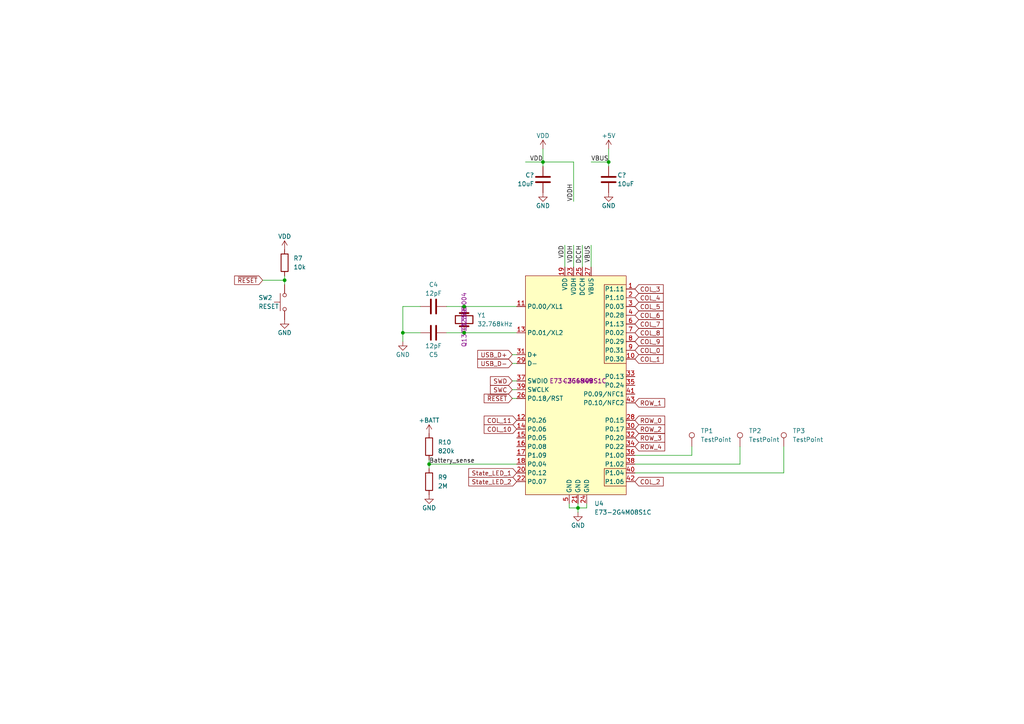
<source format=kicad_sch>
(kicad_sch (version 20250114) (generator "eeschema") (generator_version "9.0")
  (paper "A4")
  (lib_symbols
    (symbol "Connector:TestPoint" (pin_numbers (hide yes)) (pin_names (offset 0.762) (hide yes))
      (property "Reference" "TP" (at 0 6.858 0))
      (property "Value" "TestPoint" (at 0 5.08 0))
      (symbol "TestPoint_0_1"
        (circle (center 0 3.302) (radius 0.762))
      )
      (symbol "TestPoint_1_1"
        (pin passive line (at 0 0 90) (length 2.54) (name "1") (number "1"))
      )
    )
    (symbol "Device:C" (pin_numbers (hide yes)) (pin_names (offset 0.254))
      (property "Reference" "C" (at 0.635 2.54 0))
      (property "Value" "C" (at 0.635 -2.54 0))
      (symbol "C_0_1"
        (polyline (pts (xy -2.032 0.762) (xy 2.032 0.762)) (stroke (width 0.508)))
        (polyline (pts (xy -2.032 -0.762) (xy 2.032 -0.762)) (stroke (width 0.508)))
      )
      (symbol "C_1_1"
        (pin passive line (at 0 3.81 270) (length 2.794) (name "~") (number "1"))
        (pin passive line (at 0 -3.81 90) (length 2.794) (name "~") (number "2"))
      )
    )
    (symbol "Device:Crystal" (pin_numbers (hide yes)) (pin_names (offset 1.016) (hide yes))
      (property "Reference" "Y" (at 0 3.81 0))
      (property "Value" "Crystal" (at 0 -3.81 0))
      (symbol "Crystal_0_1"
        (polyline (pts (xy -2.54 0) (xy -1.905 0)))
        (polyline (pts (xy -1.905 -1.27) (xy -1.905 1.27)) (stroke (width 0.508)))
        (rectangle (start -1.143 2.54) (end 1.143 -2.54) (stroke (width 0.3048)))
        (polyline (pts (xy 1.905 -1.27) (xy 1.905 1.27)) (stroke (width 0.508)))
        (polyline (pts (xy 2.54 0) (xy 1.905 0)))
      )
      (symbol "Crystal_1_1"
        (pin passive line (at -3.81 0 0) (length 1.27) (name "1") (number "1"))
        (pin passive line (at 3.81 0 180) (length 1.27) (name "2") (number "2"))
      )
    )
    (symbol "Device:R" (pin_numbers (hide yes)) (pin_names (offset 0))
      (property "Reference" "R" (at 2.032 0 90))
      (property "Value" "R" (at 0 0 90))
      (symbol "R_0_1"
        (rectangle (start -1.016 -2.54) (end 1.016 2.54) (stroke (width 0.254)))
      )
      (symbol "R_1_1"
        (pin passive line (at 0 3.81 270) (length 1.27) (name "~") (number "1"))
        (pin passive line (at 0 -3.81 90) (length 1.27) (name "~") (number "2"))
      )
    )
    (symbol "Switch:SW_Push" (pin_numbers (hide yes)) (pin_names (offset 1.016) (hide yes))
      (property "Reference" "SW2" (at -8.89 1.27 90))
      (property "Value" "RESET" (at -8.89 -1.27 90))
      (symbol "SW_Push_0_1"
        (circle (center -2.032 0) (radius 0.508))
        (polyline (pts (xy 0 1.27) (xy 0 3.048)))
        (circle (center 2.032 0) (radius 0.508))
        (polyline (pts (xy 2.54 1.27) (xy -2.54 1.27)))
        (pin passive line (at -5.08 0 0) (length 2.54) (name "1") (number "1"))
        (pin passive line (at 5.08 0 180) (length 2.54) (name "2") (number "2"))
      )
    )
    (symbol "calcite:E73-2G4M08S1C"
      (property "Reference" "U" (at 10.16 -34.29 0))
      (property "Value" "E73-2G4M08S1C" (at 12.7 -36.83 0))
      (symbol "E73-2G4M08S1C_0_0"
        (pin bidirectional line (at -17.78 21.59 0) (length 2.54) (name "P0.00/XL1") (number "11"))
        (pin bidirectional line (at -17.78 13.97 0) (length 2.54) (name "P0.01/XL2") (number "13"))
        (pin bidirectional line (at -17.78 7.62 0) (length 2.54) (name "D+") (number "31"))
        (pin bidirectional line (at -17.78 5.08 0) (length 2.54) (name "D-") (number "29"))
        (pin bidirectional line (at -17.78 0 0) (length 2.54) (name "SWDIO") (number "37"))
        (pin bidirectional line (at -17.78 -2.54 0) (length 2.54) (name "SWCLK") (number "39"))
        (pin bidirectional line (at -17.78 -5.08 0) (length 2.54) (name "P0.18/RST") (number "26"))
        (pin bidirectional line (at -17.78 -11.43 0) (length 2.54) (name "P0.26") (number "12"))
        (pin bidirectional line (at -17.78 -13.97 0) (length 2.54) (name "P0.06") (number "14"))
        (pin bidirectional line (at -17.78 -16.51 0) (length 2.54) (name "P0.05") (number "15"))
        (pin bidirectional line (at -17.78 -19.05 0) (length 2.54) (name "P0.08") (number "16"))
        (pin bidirectional line (at -17.78 -21.59 0) (length 2.54) (name "P1.09") (number "17"))
        (pin bidirectional line (at -17.78 -24.13 0) (length 2.54) (name "P0.04") (number "18"))
        (pin bidirectional line (at -17.78 -26.67 0) (length 2.54) (name "P0.12") (number "20"))
        (pin bidirectional line (at -17.78 -29.21 0) (length 2.54) (name "P0.07") (number "22"))
        (pin power_in line (at -3.81 33.02 270) (length 2.54) (name "VDD") (number "19"))
        (pin power_in line (at -2.54 -35.56 90) (length 2.54) (name "GND") (number "5"))
        (pin power_in line (at -1.27 33.02 270) (length 2.54) (name "VDDH") (number "23"))
        (pin power_in line (at 0 -35.56 90) (length 2.54) (name "GND") (number "21"))
        (pin power_in line (at 1.27 33.02 270) (length 2.54) (name "DCCH") (number "25"))
        (pin power_in line (at 2.54 -35.56 90) (length 2.54) (name "GND") (number "24"))
        (pin power_in line (at 3.81 33.02 270) (length 2.54) (name "VBUS") (number "27"))
        (pin bidirectional line (at 16.51 26.67 180) (length 2.54) (name "P1.11") (number "1"))
        (pin bidirectional line (at 16.51 24.13 180) (length 2.54) (name "P1.10") (number "2"))
        (pin bidirectional line (at 16.51 21.59 180) (length 2.54) (name "P0.03") (number "3"))
        (pin bidirectional line (at 16.51 19.05 180) (length 2.54) (name "P0.28") (number "4"))
        (pin bidirectional line (at 16.51 16.51 180) (length 2.54) (name "P1.13") (number "6"))
        (pin bidirectional line (at 16.51 13.97 180) (length 2.54) (name "P0.02") (number "7"))
        (pin bidirectional line (at 16.51 11.43 180) (length 2.54) (name "P0.29") (number "8"))
        (pin bidirectional line (at 16.51 8.89 180) (length 2.54) (name "P0.31") (number "9"))
        (pin bidirectional line (at 16.51 6.35 180) (length 2.54) (name "P0.30") (number "10"))
        (pin bidirectional line (at 16.51 1.27 180) (length 2.54) (name "P0.13") (number "33"))
        (pin bidirectional line (at 16.51 -1.27 180) (length 2.54) (name "P0.24") (number "35"))
        (pin bidirectional line (at 16.51 -3.81 180) (length 2.54) (name "P0.09/NFC1") (number "41"))
        (pin bidirectional line (at 16.51 -6.35 180) (length 2.54) (name "P0.10/NFC2") (number "43"))
        (pin bidirectional line (at 16.51 -11.43 180) (length 2.54) (name "P0.15") (number "28"))
        (pin bidirectional line (at 16.51 -13.97 180) (length 2.54) (name "P0.17") (number "30"))
        (pin bidirectional line (at 16.51 -16.51 180) (length 2.54) (name "P0.20") (number "32"))
        (pin bidirectional line (at 16.51 -19.05 180) (length 2.54) (name "P0.22") (number "34"))
        (pin bidirectional line (at 16.51 -21.59 180) (length 2.54) (name "P1.00") (number "36"))
        (pin bidirectional line (at 16.51 -24.13 180) (length 2.54) (name "P1.02") (number "38"))
        (pin bidirectional line (at 16.51 -26.67 180) (length 2.54) (name "P1.04") (number "40"))
        (pin bidirectional line (at 16.51 -29.21 180) (length 2.54) (name "P1.06") (number "42"))
      )
      (symbol "E73-2G4M08S1C_0_1"
        (polyline (pts (xy 13.97 27.94) (xy 7.62 27.94) (xy 7.62 5.08) (xy 13.97 5.08)))
        (polyline (pts (xy 13.97 -25.4) (xy 7.62 -25.4) (xy 7.62 -30.48) (xy 13.97 -30.48)))
      )
      (symbol "E73-2G4M08S1C_1_1"
        (rectangle (start -15.24 30.48) (end 13.97 -33.02) (fill (type background)))
      )
    )
    (symbol "power:+5V" (power) (pin_names (offset 0))
      (property "Value" "+5V" (at 0 3.556 0))
      (symbol "+5V_0_1"
        (polyline (pts (xy -0.762 1.27) (xy 0 2.54)))
        (polyline (pts (xy 0 2.54) (xy 0.762 1.27)))
        (polyline (pts (xy 0 0) (xy 0 2.54)))
      )
      (symbol "+5V_1_1"
        (pin power_in line (at 0 0 90) (length 0) (hide yes) (name "+5V") (number "1"))
      )
    )
    (symbol "power:+BATT" (power) (pin_names (offset 0))
      (property "Value" "+BATT" (at 0 3.556 0))
      (symbol "+BATT_0_1"
        (polyline (pts (xy -0.762 1.27) (xy 0 2.54)))
        (polyline (pts (xy 0 2.54) (xy 0.762 1.27)))
        (polyline (pts (xy 0 0) (xy 0 2.54)))
      )
      (symbol "+BATT_1_1"
        (pin power_in line (at 0 0 90) (length 0) (hide yes) (name "+BATT") (number "1"))
      )
    )
    (symbol "power:GND" (power) (pin_names (offset 0))
      (property "Value" "GND" (at 0 -3.81 0))
      (symbol "GND_0_1"
        (polyline (pts (xy 0 0) (xy 0 -1.27) (xy 1.27 -1.27) (xy 0 -2.54) (xy -1.27 -1.27) (xy 0 -1.27)))
      )
      (symbol "GND_1_1"
        (pin power_in line (at 0 0 270) (length 0) (hide yes) (name "GND") (number "1"))
      )
    )
    (symbol "power:VDD" (power) (pin_names (offset 0))
      (property "Value" "VDD" (at 0 3.81 0))
      (symbol "VDD_0_1"
        (polyline (pts (xy -0.762 1.27) (xy 0 2.54)))
        (polyline (pts (xy 0 2.54) (xy 0.762 1.27)))
        (polyline (pts (xy 0 0) (xy 0 2.54)))
      )
      (symbol "VDD_1_1"
        (pin power_in line (at 0 0 90) (length 0) (hide yes) (name "VDD") (number "1"))
      )
    )
  )
  (junction (at 167.64 147.32))
  (junction (at 134.62 96.52))
  (junction (at 82.55 81.28))
  (junction (at 157.48 46.99))
  (junction (at 134.62 88.9))
  (junction (at 176.53 46.99))
  (junction (at 124.46 134.62))
  (junction (at 116.84 96.52))
  (wire (pts (xy 163.83 71.12) (xy 163.83 77.47)))
  (wire (pts (xy 157.48 43.18) (xy 157.48 46.99)))
  (wire (pts (xy 165.1 147.32) (xy 167.64 147.32)))
  (wire (pts (xy 82.55 81.28) (xy 82.55 80.01)))
  (wire (pts (xy 200.66 132.08) (xy 200.66 129.54)))
  (wire (pts (xy 167.64 147.32) (xy 167.64 148.59)))
  (wire (pts (xy 121.92 88.9) (xy 116.84 88.9)))
  (wire (pts (xy 176.53 43.18) (xy 176.53 46.99)))
  (wire (pts (xy 167.64 147.32) (xy 170.18 147.32)))
  (wire (pts (xy 176.53 46.99) (xy 176.53 48.26)))
  (wire (pts (xy 166.37 71.12) (xy 166.37 77.47)))
  (wire (pts (xy 214.63 134.62) (xy 214.63 129.54)))
  (wire (pts (xy 148.59 110.49) (xy 149.86 110.49)))
  (wire (pts (xy 165.1 146.05) (xy 165.1 147.32)))
  (wire (pts (xy 124.46 134.62) (xy 149.86 134.62)))
  (wire (pts (xy 134.62 96.52) (xy 149.86 96.52)))
  (wire (pts (xy 168.91 71.12) (xy 168.91 77.47)))
  (wire (pts (xy 171.45 71.12) (xy 171.45 77.47)))
  (wire (pts (xy 124.46 134.62) (xy 124.46 135.89)))
  (wire (pts (xy 170.18 146.05) (xy 170.18 147.32)))
  (wire (pts (xy 76.2 81.28) (xy 82.55 81.28)))
  (wire (pts (xy 129.54 88.9) (xy 134.62 88.9)))
  (wire (pts (xy 166.37 46.99) (xy 166.37 58.42)))
  (wire (pts (xy 184.15 132.08) (xy 200.66 132.08)))
  (wire (pts (xy 167.64 146.05) (xy 167.64 147.32)))
  (wire (pts (xy 148.59 113.03) (xy 149.86 113.03)))
  (wire (pts (xy 157.48 46.99) (xy 166.37 46.99)))
  (wire (pts (xy 148.59 105.41) (xy 149.86 105.41)))
  (wire (pts (xy 184.15 137.16) (xy 227.33 137.16)))
  (wire (pts (xy 129.54 96.52) (xy 134.62 96.52)))
  (wire (pts (xy 124.46 133.35) (xy 124.46 134.62)))
  (wire (pts (xy 157.48 48.26) (xy 157.48 46.99)))
  (wire (pts (xy 116.84 99.06) (xy 116.84 96.52)))
  (wire (pts (xy 148.59 102.87) (xy 149.86 102.87)))
  (wire (pts (xy 148.59 115.57) (xy 149.86 115.57)))
  (wire (pts (xy 184.15 134.62) (xy 214.63 134.62)))
  (wire (pts (xy 157.48 46.99) (xy 152.4 46.99)))
  (wire (pts (xy 82.55 82.55) (xy 82.55 81.28)))
  (wire (pts (xy 116.84 88.9) (xy 116.84 96.52)))
  (wire (pts (xy 176.53 46.99) (xy 171.45 46.99)))
  (wire (pts (xy 134.62 88.9) (xy 149.86 88.9)))
  (wire (pts (xy 121.92 96.52) (xy 116.84 96.52)))
  (wire (pts (xy 227.33 137.16) (xy 227.33 129.54)))
  (label "VDD" (at 163.83 71.12 270))
  (label "VDDH" (at 166.37 71.12 270))
  (label "VDD" (at 157.48 46.99 180))
  (label "VBUS" (at 176.53 46.99 180))
  (label "Battery_sense" (at 124.46 134.62 0))
  (label "VDDH" (at 166.37 58.42 90))
  (label "DCCH" (at 168.91 71.12 270))
  (label "VBUS" (at 171.45 71.12 270))
  (global_label "COL_5" (shape input) (at 184.15 88.9 0) (property "Intersheetrefs" "${INTERSHEET_REFS}" (effects (hide yes))))
  (global_label "COL_1" (shape input) (at 184.15 104.14 0) (property "Intersheetrefs" "${INTERSHEET_REFS}" (effects (hide yes))))
  (global_label "ROW_1" (shape input) (at 184.15 116.84 0) (property "Intersheetrefs" "${INTERSHEET_REFS}" (effects (hide yes))))
  (global_label "COL_6" (shape input) (at 184.15 91.44 0) (property "Intersheetrefs" "${INTERSHEET_REFS}" (effects (hide yes))))
  (global_label "~{RESET}" (shape input) (at 148.59 115.57 180) (property "Intersheetrefs" "${INTERSHEET_REFS}" (effects (hide yes))))
  (global_label "State_LED_1" (shape input) (at 149.86 137.16 180) (property "Intersheetrefs" "${INTERSHEET_REFS}" (effects (hide yes))))
  (global_label "COL_8" (shape input) (at 184.15 96.52 0) (property "Intersheetrefs" "${INTERSHEET_REFS}" (effects (hide yes))))
  (global_label "COL_11" (shape input) (at 149.86 121.92 180) (property "Intersheetrefs" "${INTERSHEET_REFS}" (effects (hide yes))))
  (global_label "USB_D+" (shape input) (at 148.59 102.87 180) (property "Intersheetrefs" "${INTERSHEET_REFS}" (effects (hide yes))))
  (global_label "COL_7" (shape input) (at 184.15 93.98 0) (property "Intersheetrefs" "${INTERSHEET_REFS}" (effects (hide yes))))
  (global_label "~{RESET}" (shape input) (at 76.2 81.28 180) (property "Intersheetrefs" "${INTERSHEET_REFS}" (effects (hide yes))))
  (global_label "SWD" (shape input) (at 148.59 110.49 180) (property "Intersheetrefs" "${INTERSHEET_REFS}" (effects (hide yes))))
  (global_label "ROW_4" (shape input) (at 184.15 129.54 0) (property "Intersheetrefs" "${INTERSHEET_REFS}" (effects (hide yes))))
  (global_label "COL_10" (shape input) (at 149.86 124.46 180) (property "Intersheetrefs" "${INTERSHEET_REFS}" (effects (hide yes))))
  (global_label "ROW_3" (shape input) (at 184.15 127 0) (property "Intersheetrefs" "${INTERSHEET_REFS}" (effects (hide yes))))
  (global_label "SWC" (shape input) (at 148.59 113.03 180) (property "Intersheetrefs" "${INTERSHEET_REFS}" (effects (hide yes))))
  (global_label "COL_3" (shape input) (at 184.15 83.82 0) (property "Intersheetrefs" "${INTERSHEET_REFS}" (effects (hide yes))))
  (global_label "COL_0" (shape input) (at 184.15 101.6 0) (property "Intersheetrefs" "${INTERSHEET_REFS}" (effects (hide yes))))
  (global_label "USB_D-" (shape input) (at 148.59 105.41 180) (property "Intersheetrefs" "${INTERSHEET_REFS}" (effects (hide yes))))
  (global_label "COL_2" (shape input) (at 184.15 139.7 0) (property "Intersheetrefs" "${INTERSHEET_REFS}" (effects (hide yes))))
  (global_label "State_LED_2" (shape input) (at 149.86 139.7 180) (property "Intersheetrefs" "${INTERSHEET_REFS}" (effects (hide yes))))
  (global_label "COL_9" (shape input) (at 184.15 99.06 0) (property "Intersheetrefs" "${INTERSHEET_REFS}" (effects (hide yes))))
  (global_label "ROW_0" (shape input) (at 184.15 121.92 0) (property "Intersheetrefs" "${INTERSHEET_REFS}" (effects (hide yes))))
  (global_label "COL_4" (shape input) (at 184.15 86.36 0) (property "Intersheetrefs" "${INTERSHEET_REFS}" (effects (hide yes))))
  (global_label "ROW_2" (shape input) (at 184.15 124.46 0) (property "Intersheetrefs" "${INTERSHEET_REFS}" (effects (hide yes))))
  (symbol (lib_id "power:GND") (at 116.84 99.06 0) (unit 1)
    (property "Reference" "#PWR027" (effects (hide yes)))
    (property "Value" "GND" (at 116.84 102.87 0))
    (instances (project "Calcite60" (path "" (reference "#PWR027") (unit 1))) (project "nrf52840" (path "" (reference "#PWR?") (unit 1))) (project "ErgoSNM_v3_right" (path "" (reference "#PWR?") (unit 1))))
  )
  (symbol (lib_id "Device:C") (at 125.73 96.52 90) (unit 1)
    (property "Reference" "C5" (at 125.73 102.87 90))
    (property "Value" "12pF" (at 125.73 100.33 90))
    (property "Footprint" "Capacitor_SMD:C_0603_1608Metric" (effects (hide yes)))
    (property "MFR. Part #" "CL10C120JB8NNNC" (effects (hide yes)))
    (property "LCSC" "C38523" (effects (hide yes)))
    (instances (project "Calcite60" (path "" (reference "C5") (unit 1))) (project "nrf52840" (path "" (reference "C?") (unit 1))) (project "ErgoSNM_v3_right" (path "" (reference "C?") (unit 1))))
  )
  (symbol (lib_id "calcite:E73-2G4M08S1C") (at 167.64 110.49 0) (unit 1)
    (property "Reference" "U4" (at 172.3741 146.05 0) (effects (justify left)))
    (property "Value" "E73-2G4M08S1C" (at 172.3741 148.59 0) (effects (justify left)))
    (property "Footprint" "calcite:E73-2G4M08S1C nRF52840 (PCBA soldering)" (effects (hide yes)))
    (property "LCSC" "C356849" (at 167.64 110.49 0))
    (property "MFR. Part #" "E73-2G4M08S1C" (at 167.64 110.49 0))
  )
  (symbol (lib_id "Switch:SW_Push") (at 82.55 87.63 90) (unit 1)
    (property "Reference" "SW2" (at 74.93 86.36 90) (effects (justify right)))
    (property "Value" "RESET" (at 74.93 88.9 90) (effects (justify right)))
    (property "Footprint" "Button_Switch_SMD:SW_SPST_B3U-1000P" (effects (hide yes)))
    (property "MFR. Part #" "TS-1064SA-A1B2-D4" (effects (hide yes)))
    (property "LCSC" "C7464577" (effects (hide yes)))
  )
  (symbol (lib_id "Device:C") (at 176.53 52.07 0) (unit 1)
    (property "Reference" "C7" (at 179.07 50.8 0) (effects (justify left)))
    (property "Value" "10uF" (at 179.07 53.34 0) (effects (justify left)))
    (property "Footprint" "Capacitor_SMD:C_0603_1608Metric" (effects (hide yes)))
    (property "MFR. Part #" "CL10A106KP8NNNC" (effects (hide yes)))
    (property "LCSC" "C19702" (effects (hide yes)))
    (instances (project "" (path "" (reference "C?") (unit 1))) (project "Calcite60" (path "" (reference "C7") (unit 1))) (project "nrf52840" (path "" (reference "C?") (unit 1))) (project "ErgoSNM_v3_right" (path "" (reference "C?") (unit 1))))
  )
  (symbol (lib_id "power:GND") (at 124.46 143.51 0) (unit 1)
    (property "Reference" "#PWR039" (effects (hide yes)))
    (property "Value" "GND" (at 124.46 147.32 0))
    (instances (project "Calcite60" (path "" (reference "#PWR039") (unit 1))) (project "nrf52840" (path "" (reference "#PWR?") (unit 1))) (project "ErgoSNM_v3_right" (path "" (reference "#PWR?") (unit 1))))
  )
  (symbol (lib_id "power:GND") (at 157.48 55.88 0) (unit 1)
    (property "Reference" "#PWR029" (effects (hide yes)))
    (property "Value" "GND" (at 157.48 59.69 0))
    (instances (project "Calcite60" (path "" (reference "#PWR029") (unit 1))) (project "nrf52840" (path "" (reference "#PWR?") (unit 1))) (project "ErgoSNM_v3_right" (path "" (reference "#PWR?") (unit 1))))
  )
  (symbol (lib_id "power:VDD") (at 157.48 43.18 0) (unit 1)
    (property "Reference" "#PWR028" (effects (hide yes)))
    (property "Value" "VDD" (at 157.48 39.37 0))
    (instances (project "Calcite60" (path "" (reference "#PWR028") (unit 1))) (project "ErgoSNM_v3_right" (path "" (reference "#PWR?") (unit 1)) (path "" (reference "#PWR?") (unit 1))))
  )
  (symbol (lib_id "power:+BATT") (at 124.46 125.73 0) (unit 1)
    (property "Reference" "#PWR040" (effects (hide yes)))
    (property "Value" "+BATT" (at 124.46 121.92 0))
  )
  (symbol (lib_id "Device:C") (at 157.48 52.07 0) (mirror y) (unit 1)
    (property "Reference" "C6" (at 154.94 50.8 0) (effects (justify left)))
    (property "Value" "10uF" (at 154.94 53.34 0) (effects (justify left)))
    (property "Footprint" "Capacitor_SMD:C_0603_1608Metric" (effects (hide yes)))
    (property "MFR. Part #" "CL10A106KP8NNNC" (effects (hide yes)))
    (property "LCSC" "C19702" (effects (hide yes)))
    (instances (project "" (path "" (reference "C?") (unit 1))) (project "Calcite60" (path "" (reference "C6") (unit 1))) (project "nrf52840" (path "" (reference "C?") (unit 1))) (project "ErgoSNM_v3_right" (path "" (reference "C?") (unit 1))))
  )
  (symbol (lib_id "power:GND") (at 82.55 92.71 0) (unit 1)
    (property "Reference" "#PWR026" (effects (hide yes)))
    (property "Value" "GND" (at 82.55 96.52 0))
    (instances (project "Calcite60" (path "" (reference "#PWR026") (unit 1))) (project "ErgoSNM_v3_right" (path "" (reference "#PWR?") (unit 1)) (path "" (reference "#PWR?") (unit 1))))
  )
  (symbol (lib_id "Connector:TestPoint") (at 214.63 129.54 0) (unit 1)
    (property "Reference" "TP2" (at 217.17 124.968 0) (effects (justify left)))
    (property "Value" "TestPoint" (at 217.17 127.508 0) (effects (justify left)))
    (property "Footprint" "TestPoint:TestPoint_Pad_D1.5mm" (effects (hide yes)))
  )
  (symbol (lib_id "power:GND") (at 167.64 148.59 0) (unit 1)
    (property "Reference" "#PWR030" (effects (hide yes)))
    (property "Value" "GND" (at 167.64 152.4 0))
    (instances (project "Calcite60" (path "" (reference "#PWR030") (unit 1))) (project "nrf52840" (path "" (reference "#PWR?") (unit 1))) (project "ErgoSNM_v3_right" (path "" (reference "#PWR?") (unit 1))))
  )
  (symbol (lib_id "Device:R") (at 124.46 129.54 0) (mirror y) (unit 1)
    (property "Reference" "R10" (at 127 128.27 0) (effects (justify right)))
    (property "Value" "820k" (at 127 130.81 0) (effects (justify right)))
    (property "Footprint" "Resistor_SMD:R_0603_1608Metric" (effects (hide yes)))
    (property "MFR. Part #" "0603WAF8203T5E" (effects (hide yes)))
    (property "LCSC" "C23252" (effects (hide yes)))
  )
  (symbol (lib_id "Device:Crystal") (at 134.62 92.71 90) (unit 1)
    (property "Reference" "Y1" (at 138.43 91.44 90) (effects (justify right)))
    (property "Value" "32.768kHz" (at 138.43 93.98 90) (effects (justify right)))
    (property "Footprint" "Crystal:Crystal_SMD_3215-2Pin_3.2x1.5mm" (effects (hide yes)))
    (property "LCSC" "C32346" (at 134.62 92.71 0))
    (property "MFR. Part #" "Q13FC13500004" (at 134.62 92.71 0))
    (instances (project "Calcite60" (path "" (reference "Y1") (unit 1))) (project "nrf52840" (path "" (reference "Y?") (unit 1))) (project "ErgoSNM_v3_right" (path "" (reference "Y?") (unit 1))))
  )
  (symbol (lib_id "Connector:TestPoint") (at 227.33 129.54 0) (unit 1)
    (property "Reference" "TP3" (at 229.87 124.968 0) (effects (justify left)))
    (property "Value" "TestPoint" (at 229.87 127.508 0) (effects (justify left)))
    (property "Footprint" "TestPoint:TestPoint_Pad_D1.5mm" (effects (hide yes)))
  )
  (symbol (lib_id "Device:R") (at 82.55 76.2 0) (unit 1)
    (property "Reference" "R7" (at 85.09 74.9299 0) (effects (justify left)))
    (property "Value" "10k" (at 85.09 77.4699 0) (effects (justify left)))
    (property "Footprint" "Resistor_SMD:R_0603_1608Metric" (effects (hide yes)))
    (property "MFR. Part #" "0603WAF1002T5E" (effects (hide yes)))
    (property "LCSC" "C25804" (effects (hide yes)))
    (instances (project "Calcite60" (path "" (reference "R7") (unit 1))) (project "ErgoSNM_v3_right" (path "" (reference "R?") (unit 1)) (path "" (reference "R?") (unit 1))))
  )
  (symbol (lib_id "Connector:TestPoint") (at 200.66 129.54 0) (unit 1)
    (property "Reference" "TP1" (at 203.2 124.968 0) (effects (justify left)))
    (property "Value" "TestPoint" (at 203.2 127.508 0) (effects (justify left)))
    (property "Footprint" "TestPoint:TestPoint_Pad_D1.5mm" (effects (hide yes)))
  )
  (symbol (lib_id "power:VDD") (at 82.55 72.39 0) (unit 1)
    (property "Reference" "#PWR025" (effects (hide yes)))
    (property "Value" "VDD" (at 82.55 68.58 0))
    (instances (project "Calcite60" (path "" (reference "#PWR025") (unit 1))) (project "ErgoSNM_v3_right" (path "" (reference "#PWR?") (unit 1)) (path "" (reference "#PWR?") (unit 1))))
  )
  (symbol (lib_id "power:+5V") (at 176.53 43.18 0) (unit 1)
    (property "Reference" "#PWR031" (effects (hide yes)))
    (property "Value" "+5V" (at 176.53 39.37 0))
    (instances (project "Calcite60" (path "" (reference "#PWR031") (unit 1))) (project "nrf52840" (path "" (reference "#PWR?") (unit 1))) (project "ErgoSNM_v3_right" (path "" (reference "#PWR?") (unit 1)) (path "" (reference "#PWR?") (unit 1))))
  )
  (symbol (lib_id "power:GND") (at 176.53 55.88 0) (unit 1)
    (property "Reference" "#PWR032" (effects (hide yes)))
    (property "Value" "GND" (at 176.53 59.69 0))
    (instances (project "Calcite60" (path "" (reference "#PWR032") (unit 1))) (project "nrf52840" (path "" (reference "#PWR?") (unit 1))) (project "ErgoSNM_v3_right" (path "" (reference "#PWR?") (unit 1))))
  )
  (symbol (lib_id "Device:C") (at 125.73 88.9 270) (mirror x) (unit 1)
    (property "Reference" "C4" (at 125.73 82.55 90))
    (property "Value" "12pF" (at 125.73 85.09 90))
    (property "Footprint" "Capacitor_SMD:C_0603_1608Metric" (effects (hide yes)))
    (property "MFR. Part #" "CL10C120JB8NNNC" (effects (hide yes)))
    (property "LCSC" "C38523" (effects (hide yes)))
    (instances (project "Calcite60" (path "" (reference "C4") (unit 1))) (project "nrf52840" (path "" (reference "C?") (unit 1))) (project "ErgoSNM_v3_right" (path "" (reference "C?") (unit 1))))
  )
  (symbol (lib_id "Device:R") (at 124.46 139.7 0) (mirror y) (unit 1)
    (property "Reference" "R9" (at 127 138.43 0) (effects (justify right)))
    (property "Value" "2M" (at 127 140.97 0) (effects (justify right)))
    (property "Footprint" "Resistor_SMD:R_0603_1608Metric" (effects (hide yes)))
    (property "MFR. Part #" "0603WAF2004T5E" (effects (hide yes)))
    (property "LCSC" "C22976" (effects (hide yes)))
  )
)
</source>
